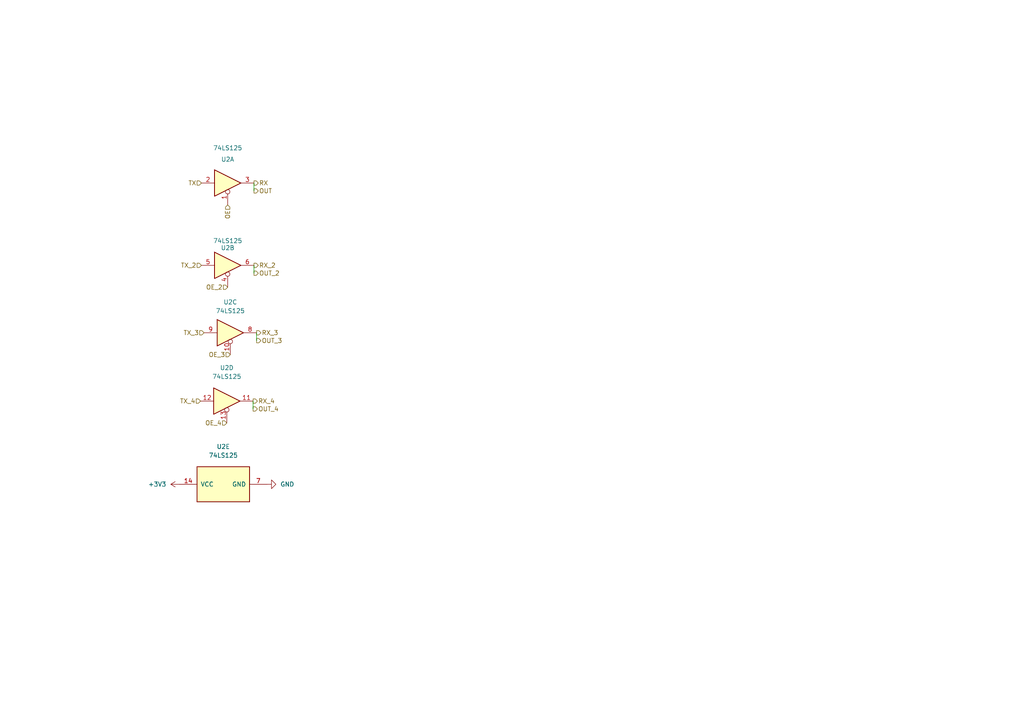
<source format=kicad_sch>
(kicad_sch (version 20210621) (generator eeschema)
  (paper "A4")
  (lib_symbols
    (symbol "74xx:74LS125" (pin_names (offset 1.016))
      (property "Reference" "U" (at 0 1.27 0))
      (property "Value" "74LS125" (at 0 -1.27 0))
      (symbol "74LS125_1_0"
        (polyline (pts (xy -3.81 3.81) (xy -3.81 -3.81) (xy 3.81 0) (xy -3.81 3.81)) (stroke (width 0.254)) (fill (type background)))
        (pin input inverted (at 0 -6.35 90) (length 4.445) (name "~") (number "1"))
        (pin input line (at -7.62 0 0) (length 3.81) (name "~") (number "2"))
        (pin tri_state line (at 7.62 0 180) (length 3.81) (name "~") (number "3"))
      )
      (symbol "74LS125_2_0"
        (polyline (pts (xy -3.81 3.81) (xy -3.81 -3.81) (xy 3.81 0) (xy -3.81 3.81)) (stroke (width 0.254)) (fill (type background)))
        (pin input inverted (at 0 -6.35 90) (length 4.445) (name "~") (number "4"))
        (pin input line (at -7.62 0 0) (length 3.81) (name "~") (number "5"))
        (pin tri_state line (at 7.62 0 180) (length 3.81) (name "~") (number "6"))
      )
      (symbol "74LS125_3_0"
        (polyline (pts (xy -3.81 3.81) (xy -3.81 -3.81) (xy 3.81 0) (xy -3.81 3.81)) (stroke (width 0.254)) (fill (type background)))
        (pin input inverted (at 0 -6.35 90) (length 4.445) (name "~") (number "10"))
        (pin tri_state line (at 7.62 0 180) (length 3.81) (name "~") (number "8"))
        (pin input line (at -7.62 0 0) (length 3.81) (name "~") (number "9"))
      )
      (symbol "74LS125_4_0"
        (polyline (pts (xy -3.81 3.81) (xy -3.81 -3.81) (xy 3.81 0) (xy -3.81 3.81)) (stroke (width 0.254)) (fill (type background)))
        (pin tri_state line (at 7.62 0 180) (length 3.81) (name "~") (number "11"))
        (pin input line (at -7.62 0 0) (length 3.81) (name "~") (number "12"))
        (pin input inverted (at 0 -6.35 90) (length 4.445) (name "~") (number "13"))
      )
      (symbol "74LS125_5_0"
        (pin power_in line (at 0 12.7 270) (length 5.08) (name "VCC") (number "14"))
        (pin power_in line (at 0 -12.7 90) (length 5.08) (name "GND") (number "7"))
      )
      (symbol "74LS125_5_1"
        (rectangle (start -5.08 7.62) (end 5.08 -7.62) (stroke (width 0.254)) (fill (type background)))
      )
    )
    (symbol "power:+3.3V" (power) (pin_names (offset 0))
      (property "Value" "+3.3V" (at 0 3.556 0))
      (symbol "+3.3V_0_1"
        (polyline (pts (xy -0.762 1.27) (xy 0 2.54)))
        (polyline (pts (xy 0 0) (xy 0 2.54)))
        (polyline (pts (xy 0 2.54) (xy 0.762 1.27)))
      )
      (symbol "+3.3V_1_1"
        (pin power_in line (at 0 0 90) (length 0) hide (name "+3V3") (number "1"))
      )
    )
    (symbol "power:GND" (power) (pin_names (offset 0))
      (property "Value" "GND" (at 0 -3.81 0))
      (symbol "GND_0_1"
        (polyline (pts (xy 0 0) (xy 0 -1.27) (xy 1.27 -1.27) (xy 0 -2.54) (xy -1.27 -1.27) (xy 0 -1.27)))
      )
      (symbol "GND_1_1"
        (pin power_in line (at 0 0 270) (length 0) hide (name "GND") (number "1"))
      )
    )
  )
  (wire (pts (xy 74.422 96.52) (xy 74.422 98.806)))
  (wire (pts (xy 73.66 76.962) (xy 73.66 79.248)))
  (wire (pts (xy 73.66 53.086) (xy 73.66 55.372)))
  (wire (pts (xy 73.406 116.332) (xy 73.406 118.618)))
  (hierarchical_label "OUT_2" (shape output) (at 73.66 79.248 0))
  (hierarchical_label "RX" (shape output) (at 73.66 53.086 0))
  (hierarchical_label "OE_3" (shape input) (at 66.802 102.87 180))
  (hierarchical_label "TX_2" (shape input) (at 58.42 76.962 180))
  (hierarchical_label "TX" (shape input) (at 58.42 53.086 180))
  (hierarchical_label "OE_2" (shape input) (at 66.04 83.312 180))
  (hierarchical_label "RX_2" (shape output) (at 73.66 76.962 0))
  (hierarchical_label "OE" (shape input) (at 66.04 59.436 270))
  (hierarchical_label "RX_4" (shape output) (at 73.406 116.332 0))
  (hierarchical_label "OUT_4" (shape output) (at 73.406 118.618 0))
  (hierarchical_label "OUT_3" (shape output) (at 74.422 98.806 0))
  (hierarchical_label "OE_4" (shape input) (at 65.786 122.682 180))
  (hierarchical_label "RX_3" (shape output) (at 74.422 96.52 0))
  (hierarchical_label "OUT" (shape output) (at 73.66 55.372 0))
  (hierarchical_label "TX_4" (shape input) (at 58.166 116.332 180))
  (hierarchical_label "TX_3" (shape input) (at 59.182 96.52 180))
  (symbol (lib_id "74xx:74LS125") (at 66.04 76.962 0) (unit 2)
    (property "Reference" "U2" (at 66.04 71.882 0))
    (property "Value" "74LS125" (at 66.04 69.85 0))
    (property "Footprint" "Package_DIP:DIP-14_W7.62mm_SMDSocket_SmallPads" (effects hide))
    (property "Datasheet" "http://www.ti.com/lit/gpn/sn74LS125" (effects hide))
  )
  (symbol (lib_id "74xx:74LS125") (at 66.04 53.086 0) (unit 1)
    (property "Reference" "U2" (at 66.04 46.228 0))
    (property "Value" "74LS125" (at 66.04 42.926 0))
    (property "Footprint" "Package_DIP:DIP-14_W7.62mm_SMDSocket_SmallPads" (effects hide))
    (property "Datasheet" "http://www.ti.com/lit/gpn/sn74LS125" (effects hide))
  )
  (symbol (lib_id "74xx:74LS125") (at 64.77 140.462 90) (unit 5)
    (property "Reference" "U2" (at 64.77 129.54 90))
    (property "Value" "74LS125" (at 64.77 132.08 90))
    (property "Footprint" "Package_DIP:DIP-14_W7.62mm_SMDSocket_SmallPads" (effects hide))
    (property "Datasheet" "http://www.ti.com/lit/gpn/sn74LS125" (effects hide))
  )
  (symbol (lib_id "power:GND") (at 77.47 140.462 90) (unit 1)
    (property "Reference" "#PWR010" (effects hide))
    (property "Value" "GND" (at 81.28 140.4619 90) (effects (justify right)))
  )
  (symbol (lib_id "power:+3.3V") (at 52.07 140.462 90) (unit 1)
    (property "Reference" "#PWR09" (effects hide))
    (property "Value" "+3.3V" (at 48.26 140.4619 90) (effects (justify left)))
  )
  (symbol (lib_id "74xx:74LS125") (at 65.786 116.332 0) (unit 4)
    (property "Reference" "U2" (at 65.786 106.68 0))
    (property "Value" "74LS125" (at 65.786 109.22 0))
    (property "Footprint" "Package_DIP:DIP-14_W7.62mm_SMDSocket_SmallPads" (effects hide))
    (property "Datasheet" "http://www.ti.com/lit/gpn/sn74LS125" (effects hide))
  )
  (symbol (lib_id "74xx:74LS125") (at 66.802 96.52 0) (unit 3)
    (property "Reference" "U2" (at 66.802 87.63 0))
    (property "Value" "74LS125" (at 66.802 90.17 0))
    (property "Footprint" "Package_DIP:DIP-14_W7.62mm_SMDSocket_SmallPads" (effects hide))
    (property "Datasheet" "http://www.ti.com/lit/gpn/sn74LS125" (effects hide))
  )
)
</source>
